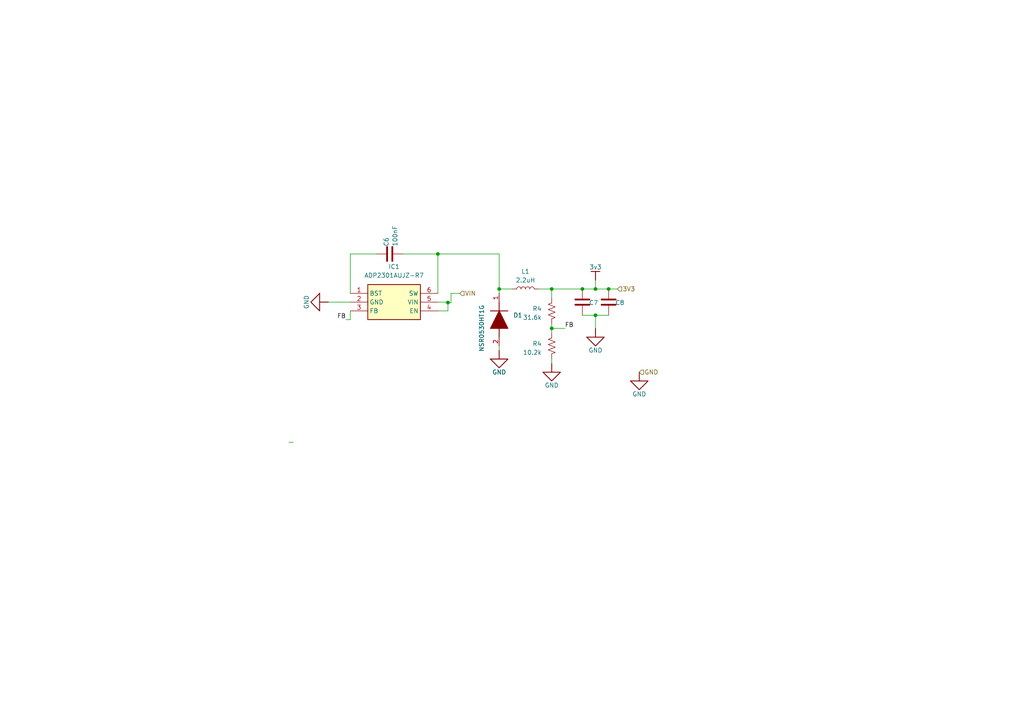
<source format=kicad_sch>
(kicad_sch (version 20230121) (generator eeschema)
  (paper "A4")
  (lib_symbols
    (symbol "HAND_PCB_V11-altium-import:3v3" (power)
      (property "Reference" "#PWR" (at 0 0 0))
      (property "Value" "3v3" (at 0 3.81 0))
      (symbol "3v3_0_0"
        (polyline (pts (xy -1.27 -2.54) (xy 1.27 -2.54)) (stroke (width 0.254)))
        (polyline (pts (xy 0 0) (xy 0 -2.54)) (stroke (width 0.254)))
        (pin power_in line (at 0 0 0) (length 0) hide (name "3v3") (number ""))
      )
    )
    (symbol "HAND_PCB_V11-altium-import:GND" (power)
      (property "Reference" "#PWR" (at 0 0 0))
      (property "Value" "GND" (at 0 6.35 0))
      (symbol "GND_0_0"
        (polyline (pts (xy 0 0) (xy 0 -2.54)) (stroke (width 0.254)))
        (polyline (pts (xy -2.54 -2.54) (xy 2.54 -2.54) (xy 0 -5.08) (xy -2.54 -2.54)) (stroke (width 0.254)))
        (pin power_in line (at 0 0 0) (length 0) hide (name "GND") (number ""))
      )
    )
    (symbol "SamacSys_Parts:NSR0530HT1G" (pin_names hide)
      (property "Reference" "D" (at 11.43 5.08 0))
      (property "Value" "NSR0530HT1G" (at 11.43 2.54 0))
      (symbol "NSR0530HT1G_1_1"
        (polyline (pts (xy 2.54 0) (xy 5.08 0)) (stroke (width 0.254)))
        (polyline (pts (xy 5.08 2.54) (xy 5.08 -2.54)) (stroke (width 0.254)))
        (polyline (pts (xy 10.16 0) (xy 12.7 0)) (stroke (width 0.254)))
        (polyline (pts (xy 5.08 0) (xy 10.16 2.54) (xy 10.16 -2.54) (xy 5.08 0)) (stroke (width 0.254)) (fill (type outline)))
        (pin passive line (at 0 0 0) (length 2.54) (name "K") (number "1"))
        (pin passive line (at 15.24 0 180) (length 2.54) (name "A") (number "2"))
      )
    )
    (symbol "esp32-socket-switcher:ADP2301AUJZ-R7"
      (property "Reference" "IC" (at 21.59 7.62 0))
      (property "Value" "ADP2301AUJZ-R7" (at 21.59 5.08 0))
      (symbol "ADP2301AUJZ-R7_1_1"
        (rectangle (start 5.08 2.54) (end 20.32 -7.62) (stroke (width 0.254)) (fill (type background)))
        (pin passive line (at 0 0 0) (length 5.08) (name "BST") (number "1"))
        (pin power_in line (at 0 -2.54 0) (length 5.08) (name "GND") (number "2"))
        (pin passive line (at 0 -5.08 0) (length 5.08) (name "FB") (number "3"))
        (pin passive line (at 25.4 -5.08 180) (length 5.08) (name "EN") (number "4"))
        (pin input line (at 25.4 -2.54 180) (length 5.08) (name "VIN") (number "5"))
        (pin passive line (at 25.4 0 180) (length 5.08) (name "SW") (number "6"))
      )
    )
    (symbol "esp32-socket-switcher:Capacitor" (pin_numbers hide) (pin_names (offset 0.254))
      (property "Reference" "C" (at 0.635 2.54 0))
      (property "Value" "Capacitor" (at 0.635 -2.54 0))
      (symbol "Capacitor_0_1"
        (polyline (pts (xy -2.032 -0.762) (xy 2.032 -0.762)) (stroke (width 0.508)))
        (polyline (pts (xy -2.032 0.762) (xy 2.032 0.762)) (stroke (width 0.508)))
      )
      (symbol "Capacitor_1_1"
        (pin passive line (at 0 3.81 270) (length 2.794) (name "~") (number "1"))
        (pin passive line (at 0 -3.81 90) (length 2.794) (name "~") (number "2"))
      )
    )
    (symbol "esp32-socket-switcher:L" (pin_numbers hide) (pin_names (offset 1.016) hide)
      (property "Reference" "L" (at -1.27 0 90))
      (property "Value" "L" (at 1.905 0 90))
      (symbol "L_0_1"
        (arc (start 0 -2.54) (mid 0.6323 -1.905) (end 0 -1.27))
        (arc (start 0 -1.27) (mid 0.6323 -0.635) (end 0 0))
        (arc (start 0 0) (mid 0.6323 0.635) (end 0 1.27))
        (arc (start 0 1.27) (mid 0.6323 1.905) (end 0 2.54))
      )
      (symbol "L_1_1"
        (pin passive line (at 0 3.81 270) (length 1.27) (name "1") (number "1"))
        (pin passive line (at 0 -3.81 90) (length 1.27) (name "2") (number "2"))
      )
    )
    (symbol "esp32-socket-switcher:Resistor" (pin_numbers hide) (pin_names (offset 0))
      (property "Reference" "R" (at 2.54 0 90))
      (symbol "Resistor_0_1"
        (polyline (pts (xy 0 -2.286) (xy 0 -2.54)))
        (polyline (pts (xy 0 2.286) (xy 0 2.54)))
        (polyline (pts (xy 0 -0.762) (xy 1.016 -1.143) (xy 0 -1.524) (xy -1.016 -1.905) (xy 0 -2.286)))
        (polyline (pts (xy 0 0.762) (xy 1.016 0.381) (xy 0 0) (xy -1.016 -0.381) (xy 0 -0.762)))
        (polyline (pts (xy 0 2.286) (xy 1.016 1.905) (xy 0 1.524) (xy -1.016 1.143) (xy 0 0.762)))
      )
      (symbol "Resistor_1_1"
        (pin passive line (at 0 3.81 270) (length 1.27) (name "~") (number "1"))
        (pin passive line (at 0 -3.81 90) (length 1.27) (name "~") (number "2"))
      )
    )
  )
  (junction (at 127 73.66))
  (junction (at 160.02 83.82))
  (junction (at 172.72 83.82))
  (junction (at 172.72 91.44))
  (junction (at 176.53 83.82))
  (junction (at 160.02 95.25))
  (junction (at 129.921 87.757))
  (junction (at 144.78 83.82))
  (junction (at 168.91 83.82))
  (wire (pts (xy 168.91 91.44) (xy 172.72 91.44)))
  (wire (pts (xy 101.6 92.71) (xy 101.6 90.17)))
  (wire (pts (xy 160.02 93.98) (xy 160.02 95.25)))
  (wire (pts (xy 172.72 81.28) (xy 172.72 83.82)))
  (wire (pts (xy 101.6 73.66) (xy 101.6 85.09)))
  (wire (pts (xy 144.78 83.82) (xy 144.78 85.09)))
  (wire (pts (xy 160.02 83.82) (xy 168.91 83.82)))
  (wire (pts (xy 160.02 95.25) (xy 163.83 95.25)))
  (wire (pts (xy 116.84 73.66) (xy 127 73.66)))
  (wire (pts (xy 168.91 83.82) (xy 172.72 83.82)))
  (wire (pts (xy 129.921 87.63) (xy 129.921 87.757)))
  (wire (pts (xy 130.81 87.757) (xy 129.921 87.757)))
  (wire (pts (xy 83.82 128.27) (xy 85.09 128.27)))
  (wire (pts (xy 144.78 73.66) (xy 144.78 83.82)))
  (wire (pts (xy 144.78 83.82) (xy 148.59 83.82)))
  (wire (pts (xy 160.02 83.82) (xy 160.02 86.36)))
  (wire (pts (xy 133.35 85.09) (xy 130.81 85.09)))
  (wire (pts (xy 144.78 100.33) (xy 144.78 101.6)))
  (wire (pts (xy 172.72 83.82) (xy 176.53 83.82)))
  (wire (pts (xy 160.02 96.52) (xy 160.02 95.25)))
  (wire (pts (xy 160.02 105.41) (xy 160.02 104.14)))
  (wire (pts (xy 127 90.17) (xy 129.921 90.17)))
  (wire (pts (xy 100.33 92.71) (xy 101.6 92.71)))
  (wire (pts (xy 127 87.63) (xy 129.921 87.63)))
  (wire (pts (xy 95.25 87.63) (xy 101.6 87.63)))
  (wire (pts (xy 109.22 73.66) (xy 101.6 73.66)))
  (wire (pts (xy 172.72 91.44) (xy 176.53 91.44)))
  (wire (pts (xy 130.81 85.09) (xy 130.81 87.757)))
  (wire (pts (xy 172.72 91.44) (xy 172.72 95.25)))
  (wire (pts (xy 176.53 83.82) (xy 179.07 83.82)))
  (wire (pts (xy 127 73.66) (xy 144.78 73.66)))
  (wire (pts (xy 127 73.66) (xy 127 85.09)))
  (wire (pts (xy 156.21 83.82) (xy 160.02 83.82)))
  (wire (pts (xy 129.921 90.17) (xy 129.921 87.757)))
  (label "FB" (at 100.33 92.71 180))
  (label "FB" (at 163.83 95.25 0))
  (hierarchical_label "VIN" (shape input) (at 133.35 85.09 0))
  (hierarchical_label "3V3" (shape input) (at 179.07 83.82 0))
  (hierarchical_label "GND" (shape input) (at 185.42 107.95 0))
  (symbol (lib_id "esp32-socket-switcher:Resistor") (at 160.02 100.33 0) (mirror x) (unit 1)
    (property "Reference" "R4" (at 157.1316 99.695 0) (effects (justify right)))
    (property "Value" "10.2k" (at 157.1316 102.235 0) (effects (justify right)))
    (property "Footprint" "esp32-socket-switcher:R_0402_1005Metric" (effects hide))
    (instances (project "esp32-socket-switcher" (path "" (reference "R4") (unit 1)) (path "" (reference "R11") (unit 1))))
  )
  (symbol (lib_id "esp32-socket-switcher:Resistor") (at 160.02 90.17 0) (mirror x) (unit 1)
    (property "Reference" "R4" (at 157.1316 89.535 0) (effects (justify right)))
    (property "Value" "31.6k" (at 157.1316 92.075 0) (effects (justify right)))
    (property "Footprint" "esp32-socket-switcher:R_0402_1005Metric" (effects hide))
    (instances (project "esp32-socket-switcher" (path "" (reference "R4") (unit 1)) (path "" (reference "R5") (unit 1))))
  )
  (symbol (lib_id "HAND_PCB_V11-altium-import:GND") (at 144.78 101.6 0) (unit 1)
    (property "Reference" "#PWR015" (effects hide))
    (property "Value" "GND" (at 144.78 107.95 0))
    (instances (project "esp32-socket-switcher" (path "" (reference "#PWR015") (unit 1))) (project "HAND_PCB_V11" (path "" (reference "#PWR02") (unit 1))))
  )
  (symbol (lib_id "SamacSys_Parts:NSR0530HT1G") (at 144.78 85.09 270) (unit 1)
    (property "Reference" "D1" (at 148.844 91.44 90) (effects (justify left)))
    (property "Value" "NSR0530HT1G" (at 139.7 88.392 0) (effects (justify left)))
    (property "Footprint" "esp32-socket-switcher:SOD2512X110N" (effects hide))
    (property "Datasheet" "https://eagle.componentsearchengine.com/Datasheets/5/NSR0530HT1G.pdf" (effects hide))
    (property "Height" "1.1" (effects hide))
    (property "Manufacturer_Name" "onsemi" (effects hide))
    (property "Manufacturer_Part_Number" "NSR0530HT1G" (effects hide))
    (property "Mouser Part Number" "863-NSR0530HT1G" (effects hide))
    (property "Mouser Price/Stock" "https://www.mouser.co.uk/ProductDetail/onsemi/NSR0530HT1G?qs=raqtESnDWsD7hIBo7i2utQ%3D%3D" (effects hide))
    (property "Arrow Part Number" "NSR0530HT1G" (effects hide))
    (property "Arrow Price/Stock" "https://www.arrow.com/en/products/nsr0530ht1g/on-semiconductor?region=nac" (effects hide))
    (instances (project "esp32-socket-switcher" (path "" (reference "D1") (unit 1))) (project "HAND_PCB_V11" (path "" (reference "D14") (unit 1))))
  )
  (symbol (lib_id "HAND_PCB_V11-altium-import:GND") (at 185.42 107.95 0) (unit 1)
    (property "Reference" "#PWR019" (effects hide))
    (property "Value" "GND" (at 185.42 114.3 0))
    (instances (project "esp32-socket-switcher" (path "" (reference "#PWR019") (unit 1))) (project "HAND_PCB_V11" (path "" (reference "#PWR01") (unit 1))))
  )
  (symbol (lib_id "HAND_PCB_V11-altium-import:GND") (at 160.02 105.41 0) (unit 1)
    (property "Reference" "#PWR016" (effects hide))
    (property "Value" "GND" (at 160.02 111.76 0))
    (instances (project "esp32-socket-switcher" (path "" (reference "#PWR016") (unit 1))) (project "HAND_PCB_V11" (path "" (reference "#PWR01") (unit 1))))
  )
  (symbol (lib_id "esp32-socket-switcher:Capacitor") (at 113.03 73.66 90) (unit 1)
    (property "Reference" "C6" (at 112.776 71.501 0) (effects (justify left bottom)))
    (property "Value" "100nF" (at 115.316 71.501 0) (effects (justify left bottom)))
    (property "Footprint" "esp32-socket-switcher:C_0402_1005Metric" (effects hide))
    (property "SUPPLIER 1" "Digi-Key" (effects hide))
    (property "SUPPLIER PART NUMBER 1" "1276-1004-1-ND" (effects hide))
    (property "MANUFACTURER" "Samsung" (effects hide))
    (property "MOUNT" "Surface Mount" (effects hide))
    (property "CASE/PACKAGE" "0402" (effects hide))
    (property "CASE CODE (METRIC)" "1005" (effects hide))
    (property "CASE CODE (IMPERIAL)" "0402" (effects hide))
    (property "MIN OPERATING TEMPERATURE" "-30°C" (effects hide))
    (property "MAX OPERATING TEMPERATURE" "85°C" (effects hide))
    (property "TOLERANCE" "80%" (effects hide))
    (property "CAPACITANCE" "100nF" (effects hide))
    (property "DIELECTRIC" "Y5V" (effects hide))
    (property "VOLTAGE RATING" "16V" (effects hide))
    (property "PACKAGING" "Tape and Reel" (effects hide))
    (property "LENGTH" "1mm" (effects hide))
    (property "HEIGHT" "0.5mm" (effects hide))
    (property "WIDTH" "0.02inch" (effects hide))
    (property "THICKNESS" "0.022inch" (effects hide))
    (property "DEPTH" "0.5mm" (effects hide))
    (property "RADIATION HARDENING" "No" (effects hide))
    (property "COMPONENTLINK1URL" "https://datasheet.ciiva.com/16199/cl05f104zo5nnnc-16199056.pdf?src-supplier=Future+Electronics" (effects hide))
    (property "COMPONENTLINK1DESCRIPTION" "https://datasheet.ciiva.com/16199/cl05f104zo5nnnc-16199056.pdf?src-supplier=Future+Electronics" (effects hide))
    (property "COMPONENTLINK2URL" "https://datasheet.ciiva.com/15195/getdatasheetpartid-358403-15195703.pdf?src-supplier=Verical" (effects hide))
    (property "COMPONENTLINK2DESCRIPTION" "https://datasheet.ciiva.com/15195/getdatasheetpartid-358403-15195703.pdf?src-supplier=Verical" (effects hide))
    (property "COMPONENTLINK3URL" "https://datasheet.ciiva.com/29198/458504-da-01-en-vs-kondensator-0402-29198386.pdf?src-supplier=Conrad" (effects hide))
    (property "COMPONENTLINK3DESCRIPTION" "https://datasheet.ciiva.com/29198/458504-da-01-en-vs-kondensator-0402-29198386.pdf?src-supplier=Conrad" (effects hide))
    (property "MANUFACTURER PART NUMBER" "CL05F104ZO5NNNC" (effects hide))
    (property "ROHS" "Yes" (effects hide))
    (property "CATEGORY" "Ceramic Capacitors" (effects hide))
    (property "STOCK 1" "3327211" (effects hide))
    (property "PRICING 1" "1=0.10000, 10=0.01400, 50=0.00760, 100=0.00620, 500=0.00442, 1000=0.00348, 2500=0.00316, 5000=0.00291 (USD)" (effects hide))
    (property "CONTACT PLATING" "Tin" (effects hide))
    (property "MATERIAL" "Ceramic" (effects hide))
    (instances (project "esp32-socket-switcher" (path "" (reference "C6") (unit 1))) (project "HAND_PCB_V11" (path "" (reference "C57") (unit 1)) (path "" (reference "C7") (unit 1))))
  )
  (symbol (lib_id "esp32-socket-switcher:Capacitor") (at 168.91 87.63 0) (unit 1)
    (property "Reference" "C7" (at 170.815 88.519 0) (effects (justify left bottom)))
    (property "Value" "4.7uF" (effects hide))
    (property "Footprint" "esp32-socket-switcher:C_0603_1608Metric" (effects hide))
    (property "SUPPLIER 1" "Digi-Key" (effects hide))
    (property "SUPPLIER PART NUMBER 1" "1276-1784-2-ND" (effects hide))
    (property "MANUFACTURER" "Samsung" (effects hide))
    (property "MOUNT" "Surface Mount" (effects hide))
    (property "CASE/PACKAGE" "0603" (effects hide))
    (property "CASE CODE (METRIC)" "1608" (effects hide))
    (property "CASE CODE (IMPERIAL)" "0603" (effects hide))
    (property "MIN OPERATING TEMPERATURE" "-55°C" (effects hide))
    (property "MAX OPERATING TEMPERATURE" "85°C" (effects hide))
    (property "TOLERANCE" "10%" (effects hide))
    (property "CAPACITANCE" "4.7uF" (effects hide))
    (property "DIELECTRIC" "X5R" (effects hide))
    (property "VOLTAGE RATING" "16V" (effects hide))
    (property "PACKAGING" "Tape and Reel" (effects hide))
    (property "LENGTH" "1.6mm" (effects hide))
    (property "WIDTH" "0.031inch" (effects hide))
    (property "THICKNESS" "0.035inch" (effects hide))
    (property "DEPTH" "0.8mm" (effects hide))
    (property "COMPONENTLINK1URL" "https://datasheet.ciiva.com/25795/cl10a475ko8nnnc-25795890.pdf?src-supplier=Digi-Key" (effects hide))
    (property "COMPONENTLINK1DESCRIPTION" "https://datasheet.ciiva.com/25795/cl10a475ko8nnnc-25795890.pdf?src-supplier=Digi-Key" (effects hide))
    (property "PACKAGE QUANTITY" "1" (effects hide))
    (property "MANUFACTURER PART NUMBER" "CL10A475KO8NNNC" (effects hide))
    (property "ROHS" "Yes" (effects hide))
    (property "CATEGORY" "Ceramic Capacitors" (effects hide))
    (property "STOCK 1" "541886" (effects hide))
    (property "PRICING 1" "4000=0.02176, 8000=0.02024, 12000=0.01923, 28000=0.01822, 100000=0.01379 (USD)" (effects hide))
    (property "MATERIAL" "Ceramic" (effects hide))
    (property "CONTACT PLATING" "Tin" (effects hide))
    (property "VOLTAGE" "16V" (effects hide))
    (property "HEIGHT" "0.8mm" (effects hide))
    (property "RADIATION HARDENING" "No" (effects hide))
    (property "COMPONENTLINK2URL" "https://datasheet.ciiva.com/26838/getdatasheetpartid-358619-26838383.pdf?src-supplier=Verical" (effects hide))
    (property "COMPONENTLINK2DESCRIPTION" "https://datasheet.ciiva.com/26838/getdatasheetpartid-358619-26838383.pdf?src-supplier=Verical" (effects hide))
    (property "COMPONENTLINK3URL" "https://datasheet.ciiva.com/29198/457663-da-01-en-vs-kondensator-0603-29198671.pdf?src-supplier=Conrad" (effects hide))
    (property "COMPONENTLINK3DESCRIPTION" "https://datasheet.ciiva.com/29198/457663-da-01-en-vs-kondensator-0603-29198671.pdf?src-supplier=Conrad" (effects hide))
    (instances (project "esp32-socket-switcher" (path "" (reference "C7") (unit 1))) (project "HAND_PCB_V11" (path "" (reference "C55") (unit 1)) (path "" (reference "C8") (unit 1))))
  )
  (symbol (lib_id "HAND_PCB_V11-altium-import:3v3") (at 172.72 81.28 180) (unit 1)
    (property "Reference" "#PWR018" (effects hide))
    (property "Value" "3v3" (at 172.72 77.47 0))
    (instances (project "esp32-socket-switcher" (path "" (reference "#PWR018") (unit 1))) (project "HAND_PCB_V11" (path "" (reference "#PWR06") (unit 1))))
  )
  (symbol (lib_id "HAND_PCB_V11-altium-import:GND") (at 95.25 87.63 270) (unit 1)
    (property "Reference" "#PWR03" (effects hide))
    (property "Value" "GND" (at 88.9 87.63 0))
    (instances (project "esp32-socket-switcher" (path "" (reference "#PWR03") (unit 1))) (project "HAND_PCB_V11" (path "" (reference "#PWR05") (unit 1))))
  )
  (symbol (lib_id "HAND_PCB_V11-altium-import:GND") (at 172.72 95.25 0) (unit 1)
    (property "Reference" "#PWR017" (effects hide))
    (property "Value" "GND" (at 172.72 101.6 0))
    (instances (project "esp32-socket-switcher" (path "" (reference "#PWR017") (unit 1))) (project "HAND_PCB_V11" (path "" (reference "#PWR03") (unit 1))))
  )
  (symbol (lib_id "esp32-socket-switcher:ADP2301AUJZ-R7") (at 101.6 85.09 0) (unit 1)
    (property "Reference" "IC1" (at 114.3 77.343 0))
    (property "Value" "ADP2301AUJZ-R7" (at 114.3 79.883 0))
    (property "Footprint" "esp32-socket-switcher:SOT95P280X100-6N" (effects hide))
    (property "Datasheet" "https://datasheet.datasheetarchive.com/originals/distributors/Datasheets-SFU1/DSASFU10005240.pdf" (effects hide))
    (property "Height" "1" (effects hide))
    (property "Manufacturer_Name" "Analog Devices" (effects hide))
    (property "Manufacturer_Part_Number" "ADP2301AUJZ-R7" (effects hide))
    (property "Mouser Part Number" "584-ADP2301AUJZ-R7" (effects hide))
    (property "Mouser Price/Stock" "https://www.mouser.co.uk/ProductDetail/Analog-Devices/ADP2301AUJZ-R7?qs=WIvQP4zGangX%252BSN5bF8NUg%3D%3D" (effects hide))
    (property "Arrow Part Number" "ADP2301AUJZ-R7" (effects hide))
    (property "Arrow Price/Stock" "https://www.arrow.com/en/products/adp2301aujz-r7/analog-devices?region=nac" (effects hide))
    (instances (project "esp32-socket-switcher" (path "" (reference "IC1") (unit 1))) (project "HAND_PCB_V11" (path "" (reference "IC3") (unit 1))))
  )
  (symbol (lib_id "esp32-socket-switcher:Capacitor") (at 176.53 87.63 0) (unit 1)
    (property "Reference" "C8" (at 178.435 88.519 0) (effects (justify left bottom)))
    (property "Value" "4.7uF" (effects hide))
    (property "Footprint" "esp32-socket-switcher:C_0603_1608Metric" (effects hide))
    (property "SUPPLIER 1" "Digi-Key" (effects hide))
    (property "SUPPLIER PART NUMBER 1" "1276-1784-2-ND" (effects hide))
    (property "MANUFACTURER" "Samsung" (effects hide))
    (property "MOUNT" "Surface Mount" (effects hide))
    (property "CASE/PACKAGE" "0603" (effects hide))
    (property "CASE CODE (METRIC)" "1608" (effects hide))
    (property "CASE CODE (IMPERIAL)" "0603" (effects hide))
    (property "MIN OPERATING TEMPERATURE" "-55°C" (effects hide))
    (property "MAX OPERATING TEMPERATURE" "85°C" (effects hide))
    (property "TOLERANCE" "10%" (effects hide))
    (property "CAPACITANCE" "4.7uF" (effects hide))
    (property "DIELECTRIC" "X5R" (effects hide))
    (property "VOLTAGE RATING" "16V" (effects hide))
    (property "PACKAGING" "Tape and Reel" (effects hide))
    (property "LENGTH" "1.6mm" (effects hide))
    (property "WIDTH" "0.031inch" (effects hide))
    (property "THICKNESS" "0.035inch" (effects hide))
    (property "DEPTH" "0.8mm" (effects hide))
    (property "COMPONENTLINK1URL" "https://datasheet.ciiva.com/25795/cl10a475ko8nnnc-25795890.pdf?src-supplier=Digi-Key" (effects hide))
    (property "COMPONENTLINK1DESCRIPTION" "https://datasheet.ciiva.com/25795/cl10a475ko8nnnc-25795890.pdf?src-supplier=Digi-Key" (effects hide))
    (property "PACKAGE QUANTITY" "1" (effects hide))
    (property "MANUFACTURER PART NUMBER" "CL10A475KO8NNNC" (effects hide))
    (property "ROHS" "Yes" (effects hide))
    (property "CATEGORY" "Ceramic Capacitors" (effects hide))
    (property "STOCK 1" "541886" (effects hide))
    (property "PRICING 1" "4000=0.02176, 8000=0.02024, 12000=0.01923, 28000=0.01822, 100000=0.01379 (USD)" (effects hide))
    (property "MATERIAL" "Ceramic" (effects hide))
    (property "CONTACT PLATING" "Tin" (effects hide))
    (property "VOLTAGE" "16V" (effects hide))
    (property "HEIGHT" "0.8mm" (effects hide))
    (property "RADIATION HARDENING" "No" (effects hide))
    (property "COMPONENTLINK2URL" "https://datasheet.ciiva.com/26838/getdatasheetpartid-358619-26838383.pdf?src-supplier=Verical" (effects hide))
    (property "COMPONENTLINK2DESCRIPTION" "https://datasheet.ciiva.com/26838/getdatasheetpartid-358619-26838383.pdf?src-supplier=Verical" (effects hide))
    (property "COMPONENTLINK3URL" "https://datasheet.ciiva.com/29198/457663-da-01-en-vs-kondensator-0603-29198671.pdf?src-supplier=Conrad" (effects hide))
    (property "COMPONENTLINK3DESCRIPTION" "https://datasheet.ciiva.com/29198/457663-da-01-en-vs-kondensator-0603-29198671.pdf?src-supplier=Conrad" (effects hide))
    (instances (project "esp32-socket-switcher" (path "" (reference "C8") (unit 1))) (project "HAND_PCB_V11" (path "" (reference "C55") (unit 1)) (path "" (reference "C8") (unit 1))))
  )
  (symbol (lib_id "esp32-socket-switcher:L") (at 152.4 83.82 90) (unit 1)
    (property "Reference" "L1" (at 152.4 78.74 90))
    (property "Value" "2.2uH" (at 152.4 81.28 90))
    (property "Footprint" "Inductor_SMD:L_1210_3225Metric" (effects hide))
    (property "Model" "BRL3225T2R2M" (effects hide))
  )
)
</source>
